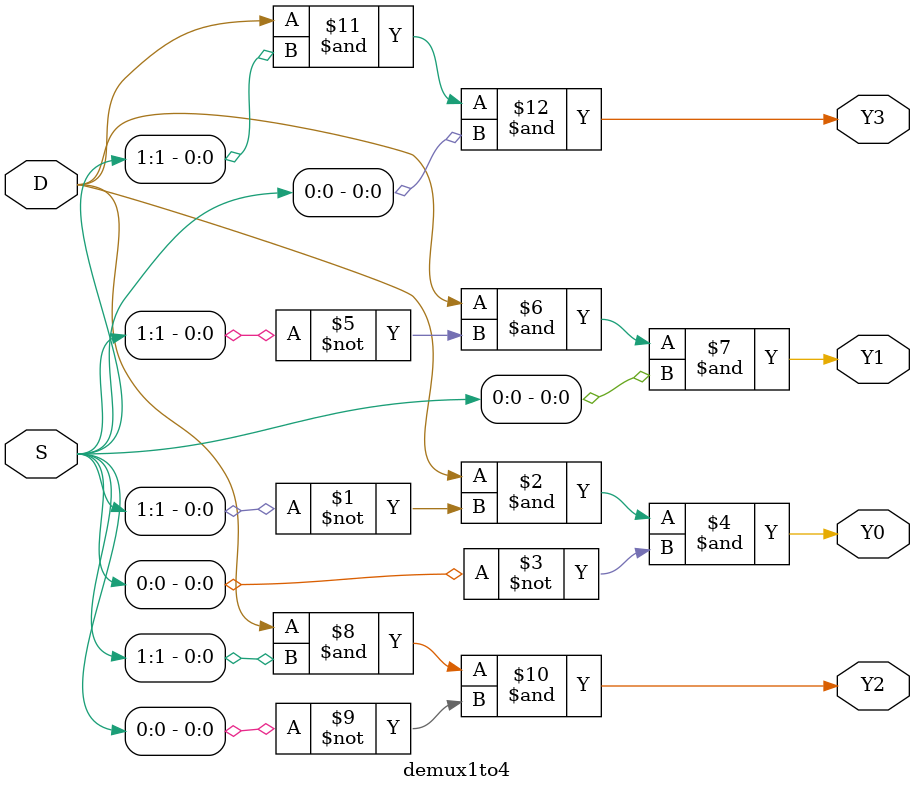
<source format=v>
module demux1to4 (
    input  D,
    input  [1:0] S,
    output Y0,
    output Y1,
    output Y2,
    output Y3
);
    assign Y0 = D & ~S[1] & ~S[0];
    assign Y1 = D & ~S[1] &  S[0];
    assign Y2 = D &  S[1] & ~S[0];
    assign Y3 = D &  S[1] &  S[0];
endmodule



/*OUTPUT
meenakshi@meenakshi-Inspiron-3501:~/verilog/demux1to4$ vvp demux1to4.out
VCD info: dumpfile demux1to4.vcd opened for output.
$time=0|Y0=0|Y1=0|Y2=0|Y3=0|D=0|S=00
$time=10|Y0=1|Y1=0|Y2=0|Y3=0|D=1|S=00
$time=20|Y0=0|Y1=0|Y2=0|Y3=0|D=0|S=01
$time=30|Y0=0|Y1=1|Y2=0|Y3=0|D=1|S=01
$time=40|Y0=0|Y1=0|Y2=0|Y3=0|D=0|S=10
$time=50|Y0=0|Y1=0|Y2=1|Y3=0|D=1|S=10
$time=60|Y0=0|Y1=0|Y2=0|Y3=0|D=0|S=11
$time=70|Y0=0|Y1=0|Y2=0|Y3=1|D=1|S=11
demux1to4_tb.v:30: $finish called at 80 (1s)
*/

</source>
